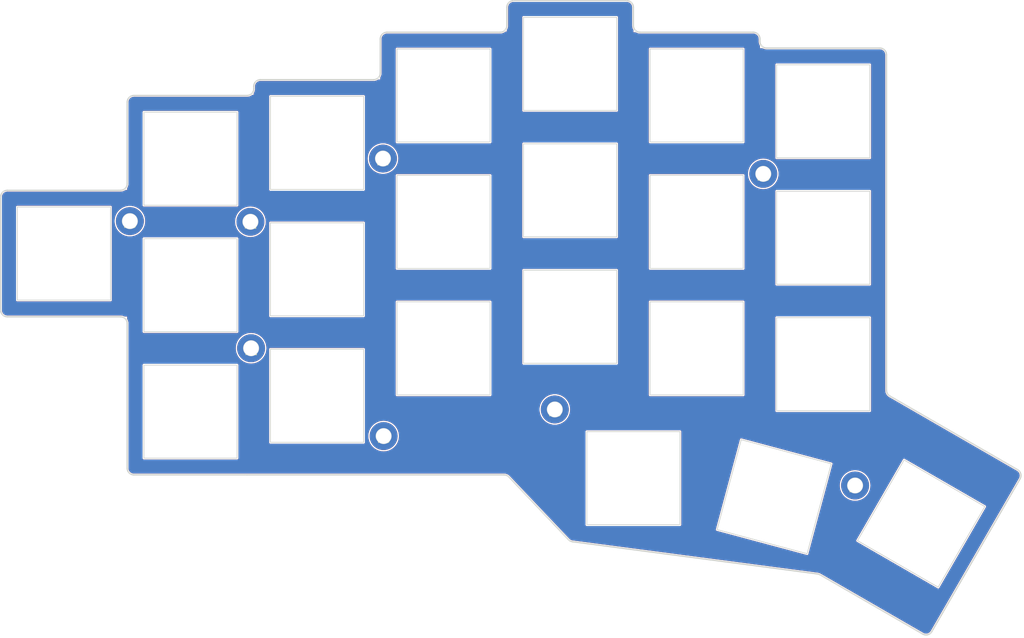
<source format=kicad_pcb>
(kicad_pcb (version 20210824) (generator pcbnew)
  (layers (0 "F.Cu" signal) (31 "B.Cu" signal) (34 "B.Paste" user) (35 "F.Paste" user) (36 "B.SilkS" user "B.Silkscreen") (37 "F.SilkS" user "F.Silkscreen") (38 "B.Mask" user) (39 "F.Mask" user) (44 "Edge.Cuts" user))
  (net 0 "")
  (footprint "kbd:SW_Hole" (layer "F.Cu") (at 42.721463 76.099368)
    (fp_text reference "K18" hide)
    (fp_text value "KEYSW" hide)
    (fp_line (start 7 7) (end 7 -7) (layer "Edge.Cuts") (width 0.12))
    (fp_line (start 7 -7) (end -7 -7) (layer "Edge.Cuts") (width 0.12))
    (fp_line (start -7 -7) (end -7 7) (layer "Edge.Cuts") (width 0.12))
    (fp_line (start -7 7) (end 7 7) (layer "Edge.Cuts") (width 0.12))
  )
  (footprint "kbd:SW_Hole" (layer "F.Cu") (at 118.721463 47.599367)
    (fp_text reference "K21" hide)
    (fp_text value "KEYSW" hide)
    (fp_line (start -7 7) (end 7 7) (layer "Edge.Cuts") (width 0.12))
    (fp_line (start 7 -7) (end -7 -7) (layer "Edge.Cuts") (width 0.12))
    (fp_line (start -7 -7) (end -7 7) (layer "Edge.Cuts") (width 0.12))
    (fp_line (start 7 7) (end 7 -7) (layer "Edge.Cuts") (width 0.12))
  )
  (footprint "kbd:SW_Hole" (layer "F.Cu") (at 42.721463 57.099368)
    (fp_text reference "K14" hide)
    (fp_text value "KEYSW" hide)
    (fp_line (start 7 7) (end 7 -7) (layer "Edge.Cuts") (width 0.12))
    (fp_line (start -7 -7) (end -7 7) (layer "Edge.Cuts") (width 0.12))
    (fp_line (start -7 7) (end 7 7) (layer "Edge.Cuts") (width 0.12))
    (fp_line (start 7 -7) (end -7 -7) (layer "Edge.Cuts") (width 0.12))
  )
  (footprint "kbd:SW_Hole" (layer "F.Cu") (at 61.721463 35.724368)
    (fp_text reference "K13" hide)
    (fp_text value "KEYSW" hide)
    (fp_line (start -7 -7) (end -7 7) (layer "Edge.Cuts") (width 0.12))
    (fp_line (start 7 7) (end 7 -7) (layer "Edge.Cuts") (width 0.12))
    (fp_line (start 7 -7) (end -7 -7) (layer "Edge.Cuts") (width 0.12))
    (fp_line (start -7 7) (end 7 7) (layer "Edge.Cuts") (width 0.12))
  )
  (footprint "kbd:SW_Hole" (layer "F.Cu") (at 152.426296 92.925796 60)
    (fp_text reference "K22" hide)
    (fp_text value "KEYSW" hide)
    (fp_line (start -7 7) (end 7 7) (layer "Edge.Cuts") (width 0.12))
    (fp_line (start -7 -7) (end -7 7) (layer "Edge.Cuts") (width 0.12))
    (fp_line (start 7 7) (end 7 -7) (layer "Edge.Cuts") (width 0.12))
    (fp_line (start 7 -7) (end -7 -7) (layer "Edge.Cuts") (width 0.12))
  )
  (footprint "kbd:M2_Hole_TH_mod" (layer "F.Cu") (at 128.721463 40.374367)
    (fp_text reference "H8" (at 0 0.5) (layer "F.SilkS"))
    (fp_text value "MountingHole")
    (fp_circle (center 0 0) (end 1.15 0) (layer "Edge.Cuts") (width 0.1) (fill none))
    (pad "" thru_hole circle (at 0 0) (size 4.2 4.2) (drill 2.3) (layers *.Cu *.Mask))
  )
  (footprint "kbd:SW_Hole" (layer "F.Cu") (at 80.721463 66.599368)
    (fp_text reference "K9" hide)
    (fp_text value "KEYSW" hide)
    (fp_line (start -7 7) (end 7 7) (layer "Edge.Cuts") (width 0.12))
    (fp_line (start 7 7) (end 7 -7) (layer "Edge.Cuts") (width 0.12))
    (fp_line (start 7 -7) (end -7 -7) (layer "Edge.Cuts") (width 0.12))
    (fp_line (start -7 -7) (end -7 7) (layer "Edge.Cuts") (width 0.12))
  )
  (footprint "kbd:M2_Hole_TH_mod" (layer "F.Cu") (at 71.621463 38.074367)
    (fp_text reference "H4" (at 0 0.5) (layer "F.SilkS"))
    (fp_text value "MountingHole")
    (fp_circle (center 0 0) (end 1.15 0) (layer "Edge.Cuts") (width 0.1) (fill none))
    (pad "" thru_hole circle (at 0 0) (size 4.2 4.2) (drill 2.3) (layers *.Cu *.Mask))
  )
  (footprint "kbd:SW_Hole" (layer "F.Cu") (at 130.35654 88.881582 -15)
    (fp_text reference "K1" hide)
    (fp_text value "KEYSW" hide)
    (fp_line (start 7 7) (end 7 -7) (layer "Edge.Cuts") (width 0.12))
    (fp_line (start 7 -7) (end -7 -7) (layer "Edge.Cuts") (width 0.12))
    (fp_line (start -7 7) (end 7 7) (layer "Edge.Cuts") (width 0.12))
    (fp_line (start -7 -7) (end -7 7) (layer "Edge.Cuts") (width 0.12))
  )
  (footprint "kbd:SW_Hole" (layer "F.Cu") (at 99.721463 23.849368)
    (fp_text reference "K11" hide)
    (fp_text value "KEYSW" hide)
    (fp_line (start -7 7) (end 7 7) (layer "Edge.Cuts") (width 0.12))
    (fp_line (start 7 -7) (end -7 -7) (layer "Edge.Cuts") (width 0.12))
    (fp_line (start -7 -7) (end -7 7) (layer "Edge.Cuts") (width 0.12))
    (fp_line (start 7 7) (end 7 -7) (layer "Edge.Cuts") (width 0.12))
  )
  (footprint "kbd:M2_Hole_TH_mod" (layer "F.Cu") (at 51.821463 66.574367)
    (fp_text reference "H2" (at 0 0.5) (layer "F.SilkS"))
    (fp_text value "MountingHole")
    (fp_circle (center 0 0) (end 1.15 0) (layer "Edge.Cuts") (width 0.1) (fill none))
    (pad "" thru_hole circle (at 0 0) (size 4.2 4.2) (drill 2.3) (layers *.Cu *.Mask))
  )
  (footprint "kbd:SW_Hole" (layer "F.Cu") (at 42.721463 38.099368)
    (fp_text reference "K7" hide)
    (fp_text value "KEYSW" hide)
    (fp_line (start -7 7) (end 7 7) (layer "Edge.Cuts") (width 0.12))
    (fp_line (start -7 -7) (end -7 7) (layer "Edge.Cuts") (width 0.12))
    (fp_line (start 7 -7) (end -7 -7) (layer "Edge.Cuts") (width 0.12))
    (fp_line (start 7 7) (end 7 -7) (layer "Edge.Cuts") (width 0.12))
  )
  (footprint "kbd:SW_Hole" (layer "F.Cu") (at 118.721463 66.599367)
    (fp_text reference "K12" hide)
    (fp_text value "KEYSW" hide)
    (fp_line (start -7 7) (end 7 7) (layer "Edge.Cuts") (width 0.12))
    (fp_line (start 7 -7) (end -7 -7) (layer "Edge.Cuts") (width 0.12))
    (fp_line (start 7 7) (end 7 -7) (layer "Edge.Cuts") (width 0.12))
    (fp_line (start -7 -7) (end -7 7) (layer "Edge.Cuts") (width 0.12))
  )
  (footprint "kbd:M2_Hole_TH_mod" (layer "F.Cu") (at 33.621463 47.474367)
    (fp_text reference "H3" (at 0 0.5) (layer "F.SilkS"))
    (fp_text value "MountingHole")
    (fp_circle (center 0 0) (end 1.15 0) (layer "Edge.Cuts") (width 0.1) (fill none))
    (pad "" thru_hole circle (at 0 0) (size 4.2 4.2) (drill 2.3) (layers *.Cu *.Mask))
  )
  (footprint "kbd:M2_Hole_TH_mod" (layer "F.Cu") (at 51.721463 47.574367)
    (fp_text reference "H1" (at 0 0.5) (layer "F.SilkS"))
    (fp_text value "MountingHole")
    (fp_circle (center 0 0) (end 1.15 0) (layer "Edge.Cuts") (width 0.1) (fill none))
    (pad "" thru_hole circle (at 0 0) (size 4.2 4.2) (drill 2.3) (layers *.Cu *.Mask))
  )
  (footprint "kbd:SW_Hole" (layer "F.Cu") (at 118.721463 28.599367)
    (fp_text reference "K16" hide)
    (fp_text value "KEYSW" hide)
    (fp_line (start -7 -7) (end -7 7) (layer "Edge.Cuts") (width 0.12))
    (fp_line (start -7 7) (end 7 7) (layer "Edge.Cuts") (width 0.12))
    (fp_line (start 7 -7) (end -7 -7) (layer "Edge.Cuts") (width 0.12))
    (fp_line (start 7 7) (end 7 -7) (layer "Edge.Cuts") (width 0.12))
  )
  (footprint "kbd:SW_Hole" (layer "F.Cu") (at 80.721463 47.599368)
    (fp_text reference "K6" hide)
    (fp_text value "KEYSW" hide)
    (fp_line (start -7 -7) (end -7 7) (layer "Edge.Cuts") (width 0.12))
    (fp_line (start 7 -7) (end -7 -7) (layer "Edge.Cuts") (width 0.12))
    (fp_line (start -7 7) (end 7 7) (layer "Edge.Cuts") (width 0.12))
    (fp_line (start 7 7) (end 7 -7) (layer "Edge.Cuts") (width 0.12))
  )
  (footprint "kbd:M2_Hole_TH_mod" (layer "F.Cu") (at 97.421463 75.774367)
    (fp_text reference "H6" (at 0 0.5) (layer "F.SilkS"))
    (fp_text value "MountingHole")
    (fp_circle (center 0 0) (end 1.15 0) (layer "Edge.Cuts") (width 0.1) (fill none))
    (pad "" thru_hole circle (at 0 0) (size 4.2 4.2) (drill 2.3) (layers *.Cu *.Mask))
  )
  (footprint "kbd:SW_Hole" (layer "F.Cu") (at 109.221463 86.099097)
    (fp_text reference "K5" hide)
    (fp_text value "KEYSW" hide)
    (fp_line (start 7 -7) (end -7 -7) (layer "Edge.Cuts") (width 0.12))
    (fp_line (start 7 7) (end 7 -7) (layer "Edge.Cuts") (width 0.12))
    (fp_line (start -7 7) (end 7 7) (layer "Edge.Cuts") (width 0.12))
    (fp_line (start -7 -7) (end -7 7) (layer "Edge.Cuts") (width 0.12))
  )
  (footprint "kbd:SW_Hole" (layer "F.Cu") (at 137.721463 49.974367)
    (fp_text reference "K3" hide)
    (fp_text value "KEYSW" hide)
    (fp_line (start -7 -7) (end -7 7) (layer "Edge.Cuts") (width 0.12))
    (fp_line (start 7 -7) (end -7 -7) (layer "Edge.Cuts") (width 0.12))
    (fp_line (start -7 7) (end 7 7) (layer "Edge.Cuts") (width 0.12))
    (fp_line (start 7 7) (end 7 -7) (layer "Edge.Cuts") (width 0.12))
  )
  (footprint "kbd:SW_Hole" (layer "F.Cu") (at 23.721464 52.349367)
    (fp_text reference "K10" hide)
    (fp_text value "KEYSW" hide)
    (fp_line (start 7 7) (end 7 -7) (layer "Edge.Cuts") (width 0.12))
    (fp_line (start 7 -7) (end -7 -7) (layer "Edge.Cuts") (width 0.12))
    (fp_line (start -7 7) (end 7 7) (layer "Edge.Cuts") (width 0.12))
    (fp_line (start -7 -7) (end -7 7) (layer "Edge.Cuts") (width 0.12))
  )
  (footprint "kbd:SW_Hole" (layer "F.Cu") (at 99.721463 42.849368)
    (fp_text reference "K19" hide)
    (fp_text value "KEYSW" hide)
    (fp_line (start -7 7) (end 7 7) (layer "Edge.Cuts") (width 0.12))
    (fp_line (start 7 -7) (end -7 -7) (layer "Edge.Cuts") (width 0.12))
    (fp_line (start -7 -7) (end -7 7) (layer "Edge.Cuts") (width 0.12))
    (fp_line (start 7 7) (end 7 -7) (layer "Edge.Cuts") (width 0.12))
  )
  (footprint "kbd:SW_Hole" (layer "F.Cu") (at 61.721463 73.724368)
    (fp_text reference "K8" hide)
    (fp_text value "KEYSW" hide)
    (fp_line (start -7 7) (end 7 7) (layer "Edge.Cuts") (width 0.12))
    (fp_line (start 7 -7) (end -7 -7) (layer "Edge.Cuts") (width 0.12))
    (fp_line (start 7 7) (end 7 -7) (layer "Edge.Cuts") (width 0.12))
    (fp_line (start -7 -7) (end -7 7) (layer "Edge.Cuts") (width 0.12))
  )
  (footprint "kbd:M2_Hole_TH_mod" (layer "F.Cu") (at 71.721463 79.774367)
    (fp_text reference "H5" (at 0 0.5) (layer "F.SilkS"))
    (fp_text value "MountingHole")
    (fp_circle (center 0 0) (end 1.15 0) (layer "Edge.Cuts") (width 0.1) (fill none))
    (pad "" thru_hole circle (at 0 0) (size 4.2 4.2) (drill 2.3) (layers *.Cu *.Mask))
  )
  (footprint "kbd:SW_Hole" (layer "F.Cu") (at 137.721463 30.974367)
    (fp_text reference "K4" hide)
    (fp_text value "KEYSW" hide)
    (fp_line (start -7 7) (end 7 7) (layer "Edge.Cuts") (width 0.12))
    (fp_line (start 7 -7) (end -7 -7) (layer "Edge.Cuts") (width 0.12))
    (fp_line (start -7 -7) (end -7 7) (layer "Edge.Cuts") (width 0.12))
    (fp_line (start 7 7) (end 7 -7) (layer "Edge.Cuts") (width 0.12))
  )
  (footprint "kbd:SW_Hole" (layer "F.Cu") (at 137.721463 68.974367)
    (fp_text reference "K2" hide)
    (fp_text value "KEYSW" hide)
    (fp_line (start 7 7) (end 7 -7) (layer "Edge.Cuts") (width 0.12))
    (fp_line (start -7 -7) (end -7 7) (layer "Edge.Cuts") (width 0.12))
    (fp_line (start -7 7) (end 7 7) (layer "Edge.Cuts") (width 0.12))
    (fp_line (start 7 -7) (end -7 -7) (layer "Edge.Cuts") (width 0.12))
  )
  (footprint "kbd:SW_Hole" (layer "F.Cu") (at 99.721463 61.849368)
    (fp_text reference "K15" hide)
    (fp_text value "KEYSW" hide)
    (fp_line (start -7 -7) (end -7 7) (layer "Edge.Cuts") (width 0.12))
    (fp_line (start -7 7) (end 7 7) (layer "Edge.Cuts") (width 0.12))
    (fp_line (start 7 -7) (end -7 -7) (layer "Edge.Cuts") (width 0.12))
    (fp_line (start 7 7) (end 7 -7) (layer "Edge.Cuts") (width 0.12))
  )
  (footprint "kbd:M2_Hole_TH_mod" (layer "F.Cu") (at 142.507505 87.19918)
    (fp_text reference "H9" (at 0 0.5) (layer "F.SilkS"))
    (fp_text value "MountingHole")
    (fp_circle (center 0 0) (end 1.15 0) (layer "Edge.Cuts") (width 0.1) (fill none))
    (pad "" thru_hole circle (at 0 0) (size 4.2 4.2) (drill 2.3) (layers *.Cu *.Mask))
  )
  (footprint "kbd:SW_Hole" (layer "F.Cu") (at 61.721463 54.724368)
    (fp_text reference "K17" hide)
    (fp_text value "KEYSW" hide)
    (fp_line (start 7 7) (end 7 -7) (layer "Edge.Cuts") (width 0.12))
    (fp_line (start 7 -7) (end -7 -7) (layer "Edge.Cuts") (width 0.12))
    (fp_line (start -7 -7) (end -7 7) (layer "Edge.Cuts") (width 0.12))
    (fp_line (start -7 7) (end 7 7) (layer "Edge.Cuts") (width 0.12))
  )
  (footprint "kbd:SW_Hole" (layer "F.Cu") (at 80.721463 28.599368)
    (fp_text reference "K20" hide)
    (fp_text value "KEYSW" hide)
    (fp_line (start -7 7) (end 7 7) (layer "Edge.Cuts") (width 0.12))
    (fp_line (start 7 -7) (end -7 -7) (layer "Edge.Cuts") (width 0.12))
    (fp_line (start -7 -7) (end -7 7) (layer "Edge.Cuts") (width 0.12))
    (fp_line (start 7 7) (end 7 -7) (layer "Edge.Cuts") (width 0.12))
  )
  (gr_arc (start 89.796623 86.588971) (end 90.514076 85.907372) (angle -46.46802851) (layer "Edge.Cuts") (width 0.2))
  (gr_arc (start 166.412511 85.70096) (end 167.278537 86.20096) (angle -90) (layer "Edge.Cuts") (width 0.2))
  (gr_arc (start 89.221463 18.099368) (end 89.221463 19.099368) (angle -90) (layer "Edge.Cuts") (width 0.2))
  (gr_line (start 15.221464 42.849368) (end 32.221465 42.849368) (layer "Edge.Cuts") (width 0.2))
  (gr_line (start 52.221463 27.599368) (end 52.221463 27.224367) (layer "Edge.Cuts") (width 0.2))
  (gr_line (start 99.480311 95.345258) (end 90.514076 85.907372) (layer "Edge.Cuts") (width 0.2))
  (gr_line (start 147.721463 73.754978) (end 166.912511 84.834934) (layer "Edge.Cuts") (width 0.2))
  (gr_line (start 147.221463 22.474368) (end 147.221463 72.888952) (layer "Edge.Cuts") (width 0.2))
  (gr_arc (start 70.221463 25.224368) (end 70.221463 26.224368) (angle -90) (layer "Edge.Cuts") (width 0.2))
  (gr_line (start 71.221463 25.224368) (end 71.221463 20.099368) (layer "Edge.Cuts") (width 0.2))
  (gr_arc (start 146.221463 22.474368) (end 147.221463 22.474368) (angle -90) (layer "Edge.Cuts") (width 0.2))
  (gr_arc (start 108.221463 15.349368) (end 109.221463 15.349368) (angle -90) (layer "Edge.Cuts") (width 0.2))
  (gr_line (start 110.221463 19.099367) (end 127.221463 19.099367) (layer "Edge.Cuts") (width 0.2))
  (gr_line (start 89.796623 85.599366) (end 51.221463 85.599366) (layer "Edge.Cuts") (width 0.2))
  (gr_line (start 152.662511 109.516658) (end 137.244527 100.615081) (layer "Edge.Cuts") (width 0.2))
  (gr_arc (start 110.221463 18.099368) (end 109.221463 18.099367) (angle -90) (layer "Edge.Cuts") (width 0.2))
  (gr_line (start 33.221463 84.609762) (end 33.221463 62.849367) (layer "Edge.Cuts") (width 0.2))
  (gr_arc (start 34.211068 84.609762) (end 33.221463 84.609762) (angle -90) (layer "Edge.Cuts") (width 0.2))
  (gr_line (start 51.221463 85.599366) (end 34.211068 85.599366) (layer "Edge.Cuts") (width 0.2))
  (gr_arc (start 53.221463 27.224368) (end 53.221463 26.224368) (angle -90) (layer "Edge.Cuts") (width 0.2))
  (gr_line (start 53.221463 26.224368) (end 70.221463 26.224368) (layer "Edge.Cuts") (width 0.2))
  (gr_line (start 14.221465 60.849368) (end 14.221465 43.849369) (layer "Edge.Cuts") (width 0.2))
  (gr_arc (start 15.221464 60.849368) (end 14.221465 60.849368) (angle -90) (layer "Edge.Cuts") (width 0.2))
  (gr_arc (start 15.221465 43.849368) (end 15.221464 42.849368) (angle -90) (layer "Edge.Cuts") (width 0.2))
  (gr_arc (start 32.221463 62.849364) (end 33.221463 62.849367) (angle -90) (layer "Edge.Cuts") (width 0.2))
  (gr_arc (start 129.221463 20.474367) (end 128.221463 20.474367) (angle -90) (layer "Edge.Cuts") (width 0.2))
  (gr_arc (start 51.221466 27.599368) (end 51.221463 28.599368) (angle -90) (layer "Edge.Cuts") (width 0.2))
  (gr_arc (start 32.221466 41.849368) (end 32.221464 42.849367) (angle -90) (layer "Edge.Cuts") (width 0.2))
  (gr_arc (start 91.221463 15.349368) (end 91.221463 14.349368) (angle -90) (layer "Edge.Cuts") (width 0.2))
  (gr_arc (start 127.221463 20.099367) (end 128.221463 20.099367) (angle -90) (layer "Edge.Cuts") (width 0.2))
  (gr_arc (start 100.197764 94.663659) (end 99.480311 95.345258) (angle -38.96802851) (layer "Edge.Cuts") (width 0.2))
  (gr_line (start 136.878894 100.490965) (end 100.068595 95.644797) (layer "Edge.Cuts") (width 0.2))
  (gr_line (start 33.221463 41.849368) (end 33.221464 29.599368) (layer "Edge.Cuts") (width 0.2))
  (gr_line (start 109.221463 15.349368) (end 109.221463 18.099367) (layer "Edge.Cuts") (width 0.2))
  (gr_line (start 128.221463 20.099367) (end 128.221463 20.474367) (layer "Edge.Cuts") (width 0.2))
  (gr_arc (start 34.221464 29.599368) (end 34.221464 28.599368) (angle -90) (layer "Edge.Cuts") (width 0.2))
  (gr_line (start 129.221463 21.474367) (end 146.221463 21.474368) (layer "Edge.Cuts") (width 0.2))
  (gr_line (start 167.278537 86.20096) (end 154.028537 109.150633) (layer "Edge.Cuts") (width 0.2))
  (gr_arc (start 136.749724 101.472103) (end 137.244527 100.615081) (angle -22.5) (layer "Edge.Cuts") (width 0.2))
  (gr_arc (start 148.221463 72.888952) (end 147.221463 72.888952) (angle -60) (layer "Edge.Cuts") (width 0.2))
  (gr_arc (start 72.221463 20.099368) (end 72.221463 19.099367) (angle -90) (layer "Edge.Cuts") (width 0.2))
  (gr_line (start 90.221463 18.099368) (end 90.221463 15.349368) (layer "Edge.Cuts") (width 0.2))
  (gr_line (start 32.221464 61.849368) (end 15.221464 61.849368) (layer "Edge.Cuts") (width 0.2))
  (gr_line (start 91.221463 14.349368) (end 108.221463 14.349368) (layer "Edge.Cuts") (width 0.2))
  (gr_line (start 72.221463 19.099367) (end 89.221463 19.099368) (layer "Edge.Cuts") (width 0.2))
  (gr_arc (start 153.162511 108.650633) (end 152.662511 109.516658) (angle -90) (layer "Edge.Cuts") (width 0.2))
  (gr_line (start 34.221464 28.599368) (end 51.221463 28.599368) (layer "Edge.Cuts") (width 0.2))
  (zone (net 0) (net_name "") (layers F&B.Cu) (priority 1) (connect_pads (clearance 0.2)) (min_thickness 0.25) (fill yes (thermal_gap 0.5) (thermal_bridge_width 0.5))
    (polygon (pts (xy 109.221463 19.104952) (xy 128.221463 19.104952) (xy 128.221463 21.504952) (xy 147.221463 21.504952) (xy 147.221463 23.804952) (xy 147.721464 73.349367) (xy 167.821463 85.204952) (xy 153.421463 109.904952) (xy 137.021463 100.504952) (xy 99.721463 95.504952) (xy 90.121463 85.504952) (xy 33.221463 85.604952) (xy 33.221463 61.804952) (xy 14.121463 61.804952) (xy 14.221463 42.904952) (xy 33.221463 42.804952) (xy 33.221463 28.504952) (xy 52.221463 28.504952) (xy 52.221463 26.204952) (xy 71.221463 26.204952) (xy 71.221463 19.004952) (xy 90.221463 19.004952) (xy 90.221463 14.304952) (xy 109.221463 14.304952)))
  )
)
</source>
